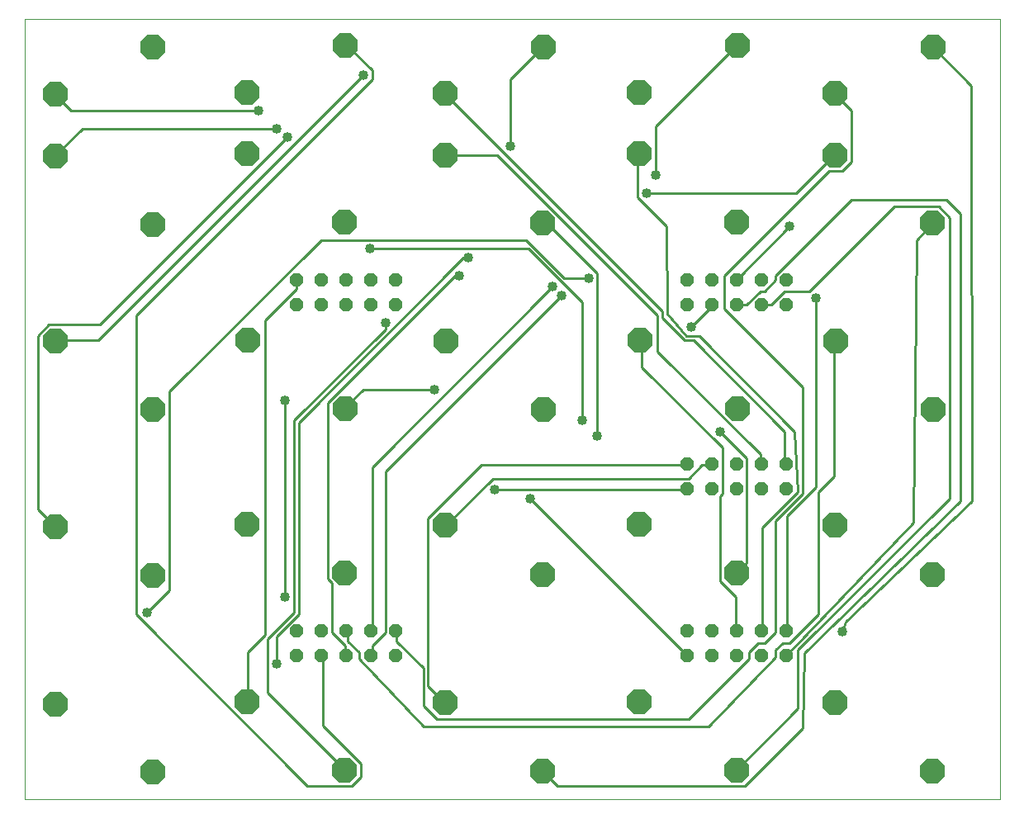
<source format=gbl>
G75*
%MOIN*%
%OFA0B0*%
%FSLAX25Y25*%
%IPPOS*%
%LPD*%
%AMOC8*
5,1,8,0,0,1.08239X$1,22.5*
%
%ADD10C,0.00000*%
%ADD11OC8,0.05600*%
%ADD12OC8,0.10000*%
%ADD13C,0.01000*%
%ADD14C,0.04000*%
D10*
X0001000Y0001000D02*
X0001000Y0315961D01*
X0394819Y0315961D01*
X0394701Y0001000D01*
X0001000Y0001000D01*
D11*
X0110921Y0058992D03*
X0120921Y0058992D03*
X0120921Y0068992D03*
X0110921Y0068992D03*
X0130921Y0068992D03*
X0140921Y0068992D03*
X0140921Y0058992D03*
X0130921Y0058992D03*
X0150921Y0058992D03*
X0150921Y0068992D03*
X0268402Y0068992D03*
X0278402Y0068992D03*
X0288402Y0068992D03*
X0298402Y0068992D03*
X0308402Y0068992D03*
X0308402Y0058992D03*
X0298402Y0058992D03*
X0288402Y0058992D03*
X0278402Y0058992D03*
X0268402Y0058992D03*
X0268402Y0126315D03*
X0278402Y0126315D03*
X0288402Y0126315D03*
X0298402Y0126315D03*
X0308402Y0126315D03*
X0308402Y0136315D03*
X0298402Y0136315D03*
X0288402Y0136315D03*
X0278402Y0136315D03*
X0268402Y0136315D03*
X0268402Y0200724D03*
X0278402Y0200724D03*
X0288402Y0200724D03*
X0298402Y0200724D03*
X0308402Y0200724D03*
X0308402Y0210724D03*
X0298402Y0210724D03*
X0288402Y0210724D03*
X0278402Y0210724D03*
X0268402Y0210724D03*
X0150921Y0210724D03*
X0140921Y0210724D03*
X0130921Y0210724D03*
X0120921Y0210724D03*
X0110921Y0210724D03*
X0110921Y0200724D03*
X0120921Y0200724D03*
X0130921Y0200724D03*
X0140921Y0200724D03*
X0150921Y0200724D03*
D12*
X0171079Y0186039D03*
X0210449Y0158480D03*
X0249425Y0186433D03*
X0288795Y0158874D03*
X0328559Y0186039D03*
X0367929Y0158480D03*
X0328165Y0111630D03*
X0367535Y0091945D03*
X0328165Y0039976D03*
X0367535Y0012417D03*
X0288402Y0012811D03*
X0249031Y0040370D03*
X0210055Y0012417D03*
X0170685Y0039976D03*
X0130134Y0012811D03*
X0090764Y0040370D03*
X0052969Y0012024D03*
X0013598Y0039583D03*
X0052969Y0091551D03*
X0090764Y0112024D03*
X0130134Y0092339D03*
X0170685Y0111630D03*
X0210055Y0091945D03*
X0249031Y0112024D03*
X0288402Y0092339D03*
X0130528Y0158874D03*
X0091157Y0186433D03*
X0052969Y0158480D03*
X0013598Y0186039D03*
X0052969Y0233283D03*
X0090764Y0261630D03*
X0090764Y0286433D03*
X0052969Y0304937D03*
X0013598Y0285646D03*
X0013598Y0260843D03*
X0130134Y0234071D03*
X0170685Y0261236D03*
X0170685Y0286039D03*
X0210449Y0304937D03*
X0249031Y0286433D03*
X0249031Y0261630D03*
X0210055Y0233677D03*
X0288402Y0234071D03*
X0328165Y0261236D03*
X0328165Y0286039D03*
X0288795Y0305331D03*
X0367929Y0304937D03*
X0367535Y0233677D03*
X0130528Y0305331D03*
X0013598Y0111236D03*
D13*
X0012700Y0111700D01*
X0006400Y0118000D01*
X0006400Y0188200D01*
X0010900Y0192700D01*
X0031600Y0192700D01*
X0107200Y0268300D01*
X0102700Y0271900D02*
X0024400Y0271900D01*
X0013600Y0261100D01*
X0013598Y0260843D01*
X0019900Y0279100D02*
X0013600Y0285400D01*
X0013598Y0285646D01*
X0019900Y0279100D02*
X0095500Y0279100D01*
X0130528Y0305331D02*
X0130600Y0306100D01*
X0141400Y0295300D01*
X0141400Y0291700D01*
X0046000Y0196300D01*
X0046000Y0075700D01*
X0115300Y0006400D01*
X0133300Y0006400D01*
X0136900Y0010000D01*
X0136900Y0015400D01*
X0121600Y0030700D01*
X0121600Y0058600D01*
X0120921Y0058992D01*
X0130600Y0059500D02*
X0130921Y0058992D01*
X0130600Y0059500D02*
X0130600Y0063100D01*
X0125200Y0068500D01*
X0125200Y0088300D01*
X0123400Y0090100D01*
X0123400Y0161200D01*
X0174700Y0212500D01*
X0176500Y0212500D01*
X0178300Y0219700D02*
X0111700Y0153100D01*
X0111700Y0075700D01*
X0102700Y0066700D01*
X0102700Y0055900D01*
X0099100Y0065800D02*
X0099100Y0044200D01*
X0129700Y0013600D01*
X0130134Y0012811D01*
X0162100Y0030419D02*
X0277300Y0030419D01*
X0304300Y0058600D01*
X0304300Y0061300D01*
X0307000Y0064000D01*
X0309700Y0064000D01*
X0321400Y0075700D01*
X0321400Y0125200D01*
X0327700Y0131500D01*
X0327700Y0185500D01*
X0328559Y0186039D01*
X0320500Y0203500D02*
X0320500Y0127000D01*
X0308800Y0115300D01*
X0308800Y0069400D01*
X0308402Y0068992D01*
X0304300Y0068500D02*
X0304300Y0113500D01*
X0315100Y0124300D01*
X0315100Y0167500D01*
X0283600Y0199000D01*
X0283600Y0212500D01*
X0325900Y0254800D01*
X0331300Y0254800D01*
X0334900Y0258400D01*
X0334900Y0279100D01*
X0328600Y0285400D01*
X0328165Y0286039D01*
X0328165Y0261236D02*
X0327700Y0261100D01*
X0312400Y0245800D01*
X0252100Y0245800D01*
X0248500Y0244000D02*
X0248500Y0261100D01*
X0249031Y0261630D01*
X0255700Y0253000D02*
X0255700Y0272800D01*
X0288100Y0305200D01*
X0288795Y0305331D01*
X0248500Y0244000D02*
X0260200Y0232300D01*
X0260594Y0197087D01*
X0268300Y0188200D01*
X0273475Y0188200D01*
X0311725Y0149556D01*
X0313300Y0125200D01*
X0298900Y0110800D01*
X0298900Y0069400D01*
X0298402Y0068992D01*
X0297100Y0064000D02*
X0299800Y0064000D01*
X0304300Y0068500D01*
X0297100Y0064000D02*
X0293500Y0060400D01*
X0293500Y0057700D01*
X0269200Y0033400D01*
X0167500Y0033400D01*
X0162100Y0038800D01*
X0162100Y0054100D01*
X0151300Y0064900D01*
X0151300Y0068500D01*
X0150921Y0068992D01*
X0146800Y0068500D02*
X0146800Y0133300D01*
X0217900Y0204400D01*
X0214300Y0208000D02*
X0141400Y0135100D01*
X0141400Y0069400D01*
X0140921Y0068992D01*
X0146800Y0068500D02*
X0141400Y0063100D01*
X0141400Y0059500D01*
X0140921Y0058992D01*
X0136000Y0057700D02*
X0162100Y0030419D01*
X0170685Y0039976D02*
X0170200Y0040600D01*
X0163900Y0046900D01*
X0163900Y0114400D01*
X0185500Y0136000D01*
X0268300Y0136000D01*
X0268402Y0136315D01*
X0269200Y0130600D02*
X0190000Y0130600D01*
X0171100Y0111700D01*
X0170685Y0111630D01*
X0190900Y0126100D02*
X0268300Y0126100D01*
X0268402Y0126315D01*
X0269200Y0130600D02*
X0274600Y0136000D01*
X0278200Y0136000D01*
X0278402Y0136315D01*
X0282700Y0143200D02*
X0250300Y0175600D01*
X0250300Y0186400D01*
X0249425Y0186433D01*
X0256600Y0181900D02*
X0256600Y0196300D01*
X0191800Y0261100D01*
X0171100Y0261100D01*
X0170685Y0261236D01*
X0197200Y0264700D02*
X0197200Y0291700D01*
X0209800Y0304300D01*
X0210449Y0304937D01*
X0171100Y0285400D02*
X0170685Y0286039D01*
X0171100Y0285400D02*
X0258400Y0198100D01*
X0258400Y0195400D01*
X0267400Y0186400D01*
X0271000Y0186400D01*
X0307900Y0149500D01*
X0307900Y0136900D01*
X0308402Y0136315D01*
X0298402Y0136315D02*
X0298000Y0136900D01*
X0298000Y0140500D01*
X0256600Y0181900D01*
X0270100Y0191800D02*
X0278200Y0199900D01*
X0278402Y0200724D01*
X0288402Y0200724D02*
X0289000Y0200800D01*
X0292600Y0200800D01*
X0298000Y0206200D01*
X0299800Y0206200D01*
X0304300Y0210700D01*
X0304300Y0212500D01*
X0334787Y0242987D01*
X0373262Y0242987D01*
X0378662Y0237587D01*
X0378662Y0121600D01*
X0315887Y0060006D01*
X0315100Y0029800D01*
X0291700Y0006400D01*
X0216100Y0006400D01*
X0210700Y0011800D01*
X0210055Y0012417D01*
X0268402Y0058992D02*
X0268300Y0059500D01*
X0205300Y0122500D01*
X0232300Y0147700D02*
X0232300Y0213400D01*
X0212500Y0233200D01*
X0210700Y0233200D01*
X0210055Y0233677D01*
X0203500Y0226900D02*
X0120700Y0226900D01*
X0059500Y0165700D01*
X0059500Y0085600D01*
X0050500Y0076600D01*
X0091000Y0060400D02*
X0091000Y0040600D01*
X0090764Y0040370D01*
X0091000Y0060400D02*
X0098200Y0067600D01*
X0098200Y0194500D01*
X0110800Y0207100D01*
X0110800Y0210700D01*
X0110921Y0210724D01*
X0140500Y0223300D02*
X0204400Y0223300D01*
X0226000Y0201700D01*
X0226000Y0154000D01*
X0281800Y0149500D02*
X0292600Y0138700D01*
X0292600Y0096400D01*
X0289000Y0092800D01*
X0288402Y0092339D01*
X0281800Y0089200D02*
X0281800Y0123400D01*
X0282700Y0124300D01*
X0282700Y0143200D01*
X0281800Y0089200D02*
X0288100Y0082900D01*
X0288100Y0069400D01*
X0288402Y0068992D01*
X0308402Y0058992D02*
X0308800Y0059500D01*
X0359819Y0112881D01*
X0361000Y0226900D01*
X0367300Y0233200D01*
X0367535Y0233677D01*
X0370000Y0240400D02*
X0374500Y0235900D01*
X0374500Y0122500D01*
X0313300Y0061300D01*
X0313300Y0037900D01*
X0289000Y0013600D01*
X0288402Y0012811D01*
X0331300Y0068838D02*
X0332481Y0072719D01*
X0383612Y0121487D01*
X0383218Y0289282D01*
X0368200Y0304300D01*
X0367929Y0304937D01*
X0370000Y0240400D02*
X0352000Y0240400D01*
X0317800Y0206200D01*
X0307900Y0206200D01*
X0302500Y0200800D01*
X0298900Y0200800D01*
X0298402Y0200724D01*
X0288402Y0210724D02*
X0289000Y0211600D01*
X0309700Y0232300D01*
X0228700Y0211600D02*
X0218800Y0211600D01*
X0203500Y0226900D01*
X0180100Y0219700D02*
X0178300Y0219700D01*
X0146800Y0193600D02*
X0146800Y0190900D01*
X0109900Y0154000D01*
X0109900Y0076600D01*
X0099100Y0065800D01*
X0106300Y0082900D02*
X0106300Y0162100D01*
X0130528Y0158874D02*
X0130600Y0159400D01*
X0137800Y0166600D01*
X0166600Y0166600D01*
X0130921Y0068992D02*
X0131500Y0068500D01*
X0131500Y0064900D01*
X0136000Y0060400D01*
X0136000Y0057700D01*
X0030700Y0186400D02*
X0013600Y0186400D01*
X0013598Y0186039D01*
X0030700Y0186400D02*
X0137800Y0293500D01*
D14*
X0137800Y0293500D03*
X0107200Y0268300D03*
X0102700Y0271900D03*
X0095500Y0279100D03*
X0140500Y0223300D03*
X0176500Y0212500D03*
X0180100Y0219700D03*
X0146800Y0193600D03*
X0166600Y0166600D03*
X0190900Y0126100D03*
X0205300Y0122500D03*
X0232300Y0147700D03*
X0226000Y0154000D03*
X0270100Y0191800D03*
X0228700Y0211600D03*
X0217900Y0204400D03*
X0214300Y0208000D03*
X0252100Y0245800D03*
X0255700Y0253000D03*
X0309700Y0232300D03*
X0320500Y0203500D03*
X0281800Y0149500D03*
X0331300Y0068838D03*
X0106300Y0082900D03*
X0102700Y0055900D03*
X0050500Y0076600D03*
X0106300Y0162100D03*
X0197200Y0264700D03*
M02*

</source>
